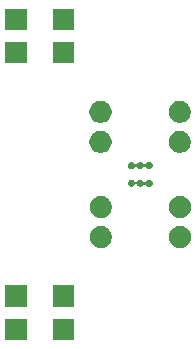
<source format=gbr>
G04 #@! TF.GenerationSoftware,KiCad,Pcbnew,(5.1.6)-1*
G04 #@! TF.CreationDate,2021-04-29T20:15:04-05:00*
G04 #@! TF.ProjectId,BEncoderBoard3(2),42456e63-6f64-4657-9242-6f6172643328,rev?*
G04 #@! TF.SameCoordinates,Original*
G04 #@! TF.FileFunction,Soldermask,Top*
G04 #@! TF.FilePolarity,Negative*
%FSLAX46Y46*%
G04 Gerber Fmt 4.6, Leading zero omitted, Abs format (unit mm)*
G04 Created by KiCad (PCBNEW (5.1.6)-1) date 2021-04-29 20:15:04*
%MOMM*%
%LPD*%
G01*
G04 APERTURE LIST*
%ADD10C,0.100000*%
G04 APERTURE END LIST*
D10*
G36*
X172201000Y-125149800D02*
G01*
X170399000Y-125149800D01*
X170399000Y-123347800D01*
X172201000Y-123347800D01*
X172201000Y-125149800D01*
G37*
G36*
X168201000Y-125149800D02*
G01*
X166399000Y-125149800D01*
X166399000Y-123347800D01*
X168201000Y-123347800D01*
X168201000Y-125149800D01*
G37*
G36*
X172201000Y-122313000D02*
G01*
X170399000Y-122313000D01*
X170399000Y-120511000D01*
X172201000Y-120511000D01*
X172201000Y-122313000D01*
G37*
G36*
X168201000Y-122313000D02*
G01*
X166399000Y-122313000D01*
X166399000Y-120511000D01*
X168201000Y-120511000D01*
X168201000Y-122313000D01*
G37*
G36*
X181459588Y-115505924D02*
G01*
X181630656Y-115576783D01*
X181630658Y-115576784D01*
X181708159Y-115628569D01*
X181784615Y-115679655D01*
X181915547Y-115810587D01*
X182018419Y-115964546D01*
X182089278Y-116135614D01*
X182125401Y-116317218D01*
X182125401Y-116502384D01*
X182089278Y-116683988D01*
X182018419Y-116855056D01*
X182018418Y-116855058D01*
X181915546Y-117009016D01*
X181784616Y-117139946D01*
X181630658Y-117242818D01*
X181630657Y-117242819D01*
X181630656Y-117242819D01*
X181459588Y-117313678D01*
X181277984Y-117349801D01*
X181092818Y-117349801D01*
X180911214Y-117313678D01*
X180740146Y-117242819D01*
X180740145Y-117242819D01*
X180740144Y-117242818D01*
X180586186Y-117139946D01*
X180455256Y-117009016D01*
X180352384Y-116855058D01*
X180352383Y-116855056D01*
X180281524Y-116683988D01*
X180245401Y-116502384D01*
X180245401Y-116317218D01*
X180281524Y-116135614D01*
X180352383Y-115964546D01*
X180455255Y-115810587D01*
X180586187Y-115679655D01*
X180662643Y-115628569D01*
X180740144Y-115576784D01*
X180740146Y-115576783D01*
X180911214Y-115505924D01*
X181092818Y-115469801D01*
X181277984Y-115469801D01*
X181459588Y-115505924D01*
G37*
G36*
X174759588Y-115505924D02*
G01*
X174930656Y-115576783D01*
X174930658Y-115576784D01*
X175008159Y-115628569D01*
X175084615Y-115679655D01*
X175215547Y-115810587D01*
X175318419Y-115964546D01*
X175389278Y-116135614D01*
X175425401Y-116317218D01*
X175425401Y-116502384D01*
X175389278Y-116683988D01*
X175318419Y-116855056D01*
X175318418Y-116855058D01*
X175215546Y-117009016D01*
X175084616Y-117139946D01*
X174930658Y-117242818D01*
X174930657Y-117242819D01*
X174930656Y-117242819D01*
X174759588Y-117313678D01*
X174577984Y-117349801D01*
X174392818Y-117349801D01*
X174211214Y-117313678D01*
X174040146Y-117242819D01*
X174040145Y-117242819D01*
X174040144Y-117242818D01*
X173886186Y-117139946D01*
X173755256Y-117009016D01*
X173652384Y-116855058D01*
X173652383Y-116855056D01*
X173581524Y-116683988D01*
X173545401Y-116502384D01*
X173545401Y-116317218D01*
X173581524Y-116135614D01*
X173652383Y-115964546D01*
X173755255Y-115810587D01*
X173886187Y-115679655D01*
X173962643Y-115628569D01*
X174040144Y-115576784D01*
X174040146Y-115576783D01*
X174211214Y-115505924D01*
X174392818Y-115469801D01*
X174577984Y-115469801D01*
X174759588Y-115505924D01*
G37*
G36*
X181459588Y-112965924D02*
G01*
X181630656Y-113036783D01*
X181630658Y-113036784D01*
X181708159Y-113088569D01*
X181784615Y-113139655D01*
X181915547Y-113270587D01*
X182018419Y-113424546D01*
X182089278Y-113595614D01*
X182125401Y-113777218D01*
X182125401Y-113962384D01*
X182089278Y-114143988D01*
X182018419Y-114315056D01*
X182018418Y-114315058D01*
X181915546Y-114469016D01*
X181784616Y-114599946D01*
X181630658Y-114702818D01*
X181630657Y-114702819D01*
X181630656Y-114702819D01*
X181459588Y-114773678D01*
X181277984Y-114809801D01*
X181092818Y-114809801D01*
X180911214Y-114773678D01*
X180740146Y-114702819D01*
X180740145Y-114702819D01*
X180740144Y-114702818D01*
X180586186Y-114599946D01*
X180455256Y-114469016D01*
X180352384Y-114315058D01*
X180352383Y-114315056D01*
X180281524Y-114143988D01*
X180245401Y-113962384D01*
X180245401Y-113777218D01*
X180281524Y-113595614D01*
X180352383Y-113424546D01*
X180455255Y-113270587D01*
X180586187Y-113139655D01*
X180662643Y-113088569D01*
X180740144Y-113036784D01*
X180740146Y-113036783D01*
X180911214Y-112965924D01*
X181092818Y-112929801D01*
X181277984Y-112929801D01*
X181459588Y-112965924D01*
G37*
G36*
X174759588Y-112965924D02*
G01*
X174930656Y-113036783D01*
X174930658Y-113036784D01*
X175008159Y-113088569D01*
X175084615Y-113139655D01*
X175215547Y-113270587D01*
X175318419Y-113424546D01*
X175389278Y-113595614D01*
X175425401Y-113777218D01*
X175425401Y-113962384D01*
X175389278Y-114143988D01*
X175318419Y-114315056D01*
X175318418Y-114315058D01*
X175215546Y-114469016D01*
X175084616Y-114599946D01*
X174930658Y-114702818D01*
X174930657Y-114702819D01*
X174930656Y-114702819D01*
X174759588Y-114773678D01*
X174577984Y-114809801D01*
X174392818Y-114809801D01*
X174211214Y-114773678D01*
X174040146Y-114702819D01*
X174040145Y-114702819D01*
X174040144Y-114702818D01*
X173886186Y-114599946D01*
X173755256Y-114469016D01*
X173652384Y-114315058D01*
X173652383Y-114315056D01*
X173581524Y-114143988D01*
X173545401Y-113962384D01*
X173545401Y-113777218D01*
X173581524Y-113595614D01*
X173652383Y-113424546D01*
X173755255Y-113270587D01*
X173886187Y-113139655D01*
X173962643Y-113088569D01*
X174040144Y-113036784D01*
X174040146Y-113036783D01*
X174211214Y-112965924D01*
X174392818Y-112929801D01*
X174577984Y-112929801D01*
X174759588Y-112965924D01*
G37*
G36*
X177163197Y-111576167D02*
G01*
X177217975Y-111598857D01*
X177217977Y-111598858D01*
X177267276Y-111631798D01*
X177309202Y-111673724D01*
X177342142Y-111723023D01*
X177346467Y-111729496D01*
X177362012Y-111748438D01*
X177380954Y-111763983D01*
X177402565Y-111775534D01*
X177426014Y-111782647D01*
X177450400Y-111785049D01*
X177474786Y-111782647D01*
X177498235Y-111775534D01*
X177519846Y-111763983D01*
X177538788Y-111748438D01*
X177554333Y-111729496D01*
X177558658Y-111723023D01*
X177591598Y-111673724D01*
X177633524Y-111631798D01*
X177682823Y-111598858D01*
X177682825Y-111598857D01*
X177737603Y-111576167D01*
X177795753Y-111564600D01*
X177855047Y-111564600D01*
X177913197Y-111576167D01*
X177967975Y-111598857D01*
X177967977Y-111598858D01*
X178017276Y-111631798D01*
X178059202Y-111673724D01*
X178092142Y-111723023D01*
X178096467Y-111729496D01*
X178112012Y-111748438D01*
X178130954Y-111763983D01*
X178152565Y-111775534D01*
X178176014Y-111782647D01*
X178200400Y-111785049D01*
X178224786Y-111782647D01*
X178248235Y-111775534D01*
X178269846Y-111763983D01*
X178288788Y-111748438D01*
X178304333Y-111729496D01*
X178308658Y-111723023D01*
X178341598Y-111673724D01*
X178383524Y-111631798D01*
X178432823Y-111598858D01*
X178432825Y-111598857D01*
X178487603Y-111576167D01*
X178545753Y-111564600D01*
X178605047Y-111564600D01*
X178663197Y-111576167D01*
X178717975Y-111598857D01*
X178717977Y-111598858D01*
X178767276Y-111631798D01*
X178809202Y-111673724D01*
X178842142Y-111723023D01*
X178842143Y-111723025D01*
X178864833Y-111777803D01*
X178876400Y-111835953D01*
X178876400Y-111895247D01*
X178864833Y-111953397D01*
X178844823Y-112001704D01*
X178842142Y-112008177D01*
X178809202Y-112057476D01*
X178767276Y-112099402D01*
X178717977Y-112132342D01*
X178717976Y-112132343D01*
X178717975Y-112132343D01*
X178663197Y-112155033D01*
X178605047Y-112166600D01*
X178545753Y-112166600D01*
X178487603Y-112155033D01*
X178432825Y-112132343D01*
X178432824Y-112132343D01*
X178432823Y-112132342D01*
X178383524Y-112099402D01*
X178341598Y-112057476D01*
X178308658Y-112008177D01*
X178308657Y-112008175D01*
X178304333Y-112001704D01*
X178288788Y-111982762D01*
X178269846Y-111967217D01*
X178248235Y-111955666D01*
X178224786Y-111948553D01*
X178200400Y-111946151D01*
X178176014Y-111948553D01*
X178152565Y-111955666D01*
X178130954Y-111967217D01*
X178112012Y-111982762D01*
X178096467Y-112001704D01*
X178092143Y-112008175D01*
X178092142Y-112008177D01*
X178059202Y-112057476D01*
X178017276Y-112099402D01*
X177967977Y-112132342D01*
X177967976Y-112132343D01*
X177967975Y-112132343D01*
X177913197Y-112155033D01*
X177855047Y-112166600D01*
X177795753Y-112166600D01*
X177737603Y-112155033D01*
X177682825Y-112132343D01*
X177682824Y-112132343D01*
X177682823Y-112132342D01*
X177633524Y-112099402D01*
X177591598Y-112057476D01*
X177558658Y-112008177D01*
X177558657Y-112008175D01*
X177554333Y-112001704D01*
X177538788Y-111982762D01*
X177519846Y-111967217D01*
X177498235Y-111955666D01*
X177474786Y-111948553D01*
X177450400Y-111946151D01*
X177426014Y-111948553D01*
X177402565Y-111955666D01*
X177380954Y-111967217D01*
X177362012Y-111982762D01*
X177346467Y-112001704D01*
X177342143Y-112008175D01*
X177342142Y-112008177D01*
X177309202Y-112057476D01*
X177267276Y-112099402D01*
X177217977Y-112132342D01*
X177217976Y-112132343D01*
X177217975Y-112132343D01*
X177163197Y-112155033D01*
X177105047Y-112166600D01*
X177045753Y-112166600D01*
X176987603Y-112155033D01*
X176932825Y-112132343D01*
X176932824Y-112132343D01*
X176932823Y-112132342D01*
X176883524Y-112099402D01*
X176841598Y-112057476D01*
X176808658Y-112008177D01*
X176805977Y-112001704D01*
X176785967Y-111953397D01*
X176774400Y-111895247D01*
X176774400Y-111835953D01*
X176785967Y-111777803D01*
X176808657Y-111723025D01*
X176808658Y-111723023D01*
X176841598Y-111673724D01*
X176883524Y-111631798D01*
X176932823Y-111598858D01*
X176932825Y-111598857D01*
X176987603Y-111576167D01*
X177045753Y-111564600D01*
X177105047Y-111564600D01*
X177163197Y-111576167D01*
G37*
G36*
X177163197Y-110076167D02*
G01*
X177217975Y-110098857D01*
X177217977Y-110098858D01*
X177267276Y-110131798D01*
X177309202Y-110173724D01*
X177342142Y-110223023D01*
X177346467Y-110229496D01*
X177362012Y-110248438D01*
X177380954Y-110263983D01*
X177402565Y-110275534D01*
X177426014Y-110282647D01*
X177450400Y-110285049D01*
X177474786Y-110282647D01*
X177498235Y-110275534D01*
X177519846Y-110263983D01*
X177538788Y-110248438D01*
X177554333Y-110229496D01*
X177558658Y-110223023D01*
X177591598Y-110173724D01*
X177633524Y-110131798D01*
X177682823Y-110098858D01*
X177682825Y-110098857D01*
X177737603Y-110076167D01*
X177795753Y-110064600D01*
X177855047Y-110064600D01*
X177913197Y-110076167D01*
X177967975Y-110098857D01*
X177967977Y-110098858D01*
X178017276Y-110131798D01*
X178059202Y-110173724D01*
X178092142Y-110223023D01*
X178096467Y-110229496D01*
X178112012Y-110248438D01*
X178130954Y-110263983D01*
X178152565Y-110275534D01*
X178176014Y-110282647D01*
X178200400Y-110285049D01*
X178224786Y-110282647D01*
X178248235Y-110275534D01*
X178269846Y-110263983D01*
X178288788Y-110248438D01*
X178304333Y-110229496D01*
X178308658Y-110223023D01*
X178341598Y-110173724D01*
X178383524Y-110131798D01*
X178432823Y-110098858D01*
X178432825Y-110098857D01*
X178487603Y-110076167D01*
X178545753Y-110064600D01*
X178605047Y-110064600D01*
X178663197Y-110076167D01*
X178717975Y-110098857D01*
X178717977Y-110098858D01*
X178767276Y-110131798D01*
X178809202Y-110173724D01*
X178842142Y-110223023D01*
X178842143Y-110223025D01*
X178864833Y-110277803D01*
X178876400Y-110335953D01*
X178876400Y-110395247D01*
X178864833Y-110453397D01*
X178844823Y-110501704D01*
X178842142Y-110508177D01*
X178809202Y-110557476D01*
X178767276Y-110599402D01*
X178717977Y-110632342D01*
X178717976Y-110632343D01*
X178717975Y-110632343D01*
X178663197Y-110655033D01*
X178605047Y-110666600D01*
X178545753Y-110666600D01*
X178487603Y-110655033D01*
X178432825Y-110632343D01*
X178432824Y-110632343D01*
X178432823Y-110632342D01*
X178383524Y-110599402D01*
X178341598Y-110557476D01*
X178308658Y-110508177D01*
X178308657Y-110508175D01*
X178304333Y-110501704D01*
X178288788Y-110482762D01*
X178269846Y-110467217D01*
X178248235Y-110455666D01*
X178224786Y-110448553D01*
X178200400Y-110446151D01*
X178176014Y-110448553D01*
X178152565Y-110455666D01*
X178130954Y-110467217D01*
X178112012Y-110482762D01*
X178096467Y-110501704D01*
X178092143Y-110508175D01*
X178092142Y-110508177D01*
X178059202Y-110557476D01*
X178017276Y-110599402D01*
X177967977Y-110632342D01*
X177967976Y-110632343D01*
X177967975Y-110632343D01*
X177913197Y-110655033D01*
X177855047Y-110666600D01*
X177795753Y-110666600D01*
X177737603Y-110655033D01*
X177682825Y-110632343D01*
X177682824Y-110632343D01*
X177682823Y-110632342D01*
X177633524Y-110599402D01*
X177591598Y-110557476D01*
X177558658Y-110508177D01*
X177558657Y-110508175D01*
X177554333Y-110501704D01*
X177538788Y-110482762D01*
X177519846Y-110467217D01*
X177498235Y-110455666D01*
X177474786Y-110448553D01*
X177450400Y-110446151D01*
X177426014Y-110448553D01*
X177402565Y-110455666D01*
X177380954Y-110467217D01*
X177362012Y-110482762D01*
X177346467Y-110501704D01*
X177342143Y-110508175D01*
X177342142Y-110508177D01*
X177309202Y-110557476D01*
X177267276Y-110599402D01*
X177217977Y-110632342D01*
X177217976Y-110632343D01*
X177217975Y-110632343D01*
X177163197Y-110655033D01*
X177105047Y-110666600D01*
X177045753Y-110666600D01*
X176987603Y-110655033D01*
X176932825Y-110632343D01*
X176932824Y-110632343D01*
X176932823Y-110632342D01*
X176883524Y-110599402D01*
X176841598Y-110557476D01*
X176808658Y-110508177D01*
X176805977Y-110501704D01*
X176785967Y-110453397D01*
X176774400Y-110395247D01*
X176774400Y-110335953D01*
X176785967Y-110277803D01*
X176808657Y-110223025D01*
X176808658Y-110223023D01*
X176841598Y-110173724D01*
X176883524Y-110131798D01*
X176932823Y-110098858D01*
X176932825Y-110098857D01*
X176987603Y-110076167D01*
X177045753Y-110064600D01*
X177105047Y-110064600D01*
X177163197Y-110076167D01*
G37*
G36*
X181439586Y-107457522D02*
G01*
X181610654Y-107528381D01*
X181610656Y-107528382D01*
X181688157Y-107580167D01*
X181764613Y-107631253D01*
X181895545Y-107762185D01*
X181998417Y-107916144D01*
X182069276Y-108087212D01*
X182105399Y-108268816D01*
X182105399Y-108453982D01*
X182069276Y-108635586D01*
X181998417Y-108806654D01*
X181998416Y-108806656D01*
X181895544Y-108960614D01*
X181764614Y-109091544D01*
X181610656Y-109194416D01*
X181610655Y-109194417D01*
X181610654Y-109194417D01*
X181439586Y-109265276D01*
X181257982Y-109301399D01*
X181072816Y-109301399D01*
X180891212Y-109265276D01*
X180720144Y-109194417D01*
X180720143Y-109194417D01*
X180720142Y-109194416D01*
X180566184Y-109091544D01*
X180435254Y-108960614D01*
X180332382Y-108806656D01*
X180332381Y-108806654D01*
X180261522Y-108635586D01*
X180225399Y-108453982D01*
X180225399Y-108268816D01*
X180261522Y-108087212D01*
X180332381Y-107916144D01*
X180435253Y-107762185D01*
X180566185Y-107631253D01*
X180642641Y-107580167D01*
X180720142Y-107528382D01*
X180720144Y-107528381D01*
X180891212Y-107457522D01*
X181072816Y-107421399D01*
X181257982Y-107421399D01*
X181439586Y-107457522D01*
G37*
G36*
X174739586Y-107457522D02*
G01*
X174910654Y-107528381D01*
X174910656Y-107528382D01*
X174988157Y-107580167D01*
X175064613Y-107631253D01*
X175195545Y-107762185D01*
X175298417Y-107916144D01*
X175369276Y-108087212D01*
X175405399Y-108268816D01*
X175405399Y-108453982D01*
X175369276Y-108635586D01*
X175298417Y-108806654D01*
X175298416Y-108806656D01*
X175195544Y-108960614D01*
X175064614Y-109091544D01*
X174910656Y-109194416D01*
X174910655Y-109194417D01*
X174910654Y-109194417D01*
X174739586Y-109265276D01*
X174557982Y-109301399D01*
X174372816Y-109301399D01*
X174191212Y-109265276D01*
X174020144Y-109194417D01*
X174020143Y-109194417D01*
X174020142Y-109194416D01*
X173866184Y-109091544D01*
X173735254Y-108960614D01*
X173632382Y-108806656D01*
X173632381Y-108806654D01*
X173561522Y-108635586D01*
X173525399Y-108453982D01*
X173525399Y-108268816D01*
X173561522Y-108087212D01*
X173632381Y-107916144D01*
X173735253Y-107762185D01*
X173866185Y-107631253D01*
X173942641Y-107580167D01*
X174020142Y-107528382D01*
X174020144Y-107528381D01*
X174191212Y-107457522D01*
X174372816Y-107421399D01*
X174557982Y-107421399D01*
X174739586Y-107457522D01*
G37*
G36*
X174739586Y-104917522D02*
G01*
X174910654Y-104988381D01*
X174910656Y-104988382D01*
X174988157Y-105040167D01*
X175064613Y-105091253D01*
X175195545Y-105222185D01*
X175298417Y-105376144D01*
X175369276Y-105547212D01*
X175405399Y-105728816D01*
X175405399Y-105913982D01*
X175369276Y-106095586D01*
X175298417Y-106266654D01*
X175298416Y-106266656D01*
X175195544Y-106420614D01*
X175064614Y-106551544D01*
X174910656Y-106654416D01*
X174910655Y-106654417D01*
X174910654Y-106654417D01*
X174739586Y-106725276D01*
X174557982Y-106761399D01*
X174372816Y-106761399D01*
X174191212Y-106725276D01*
X174020144Y-106654417D01*
X174020143Y-106654417D01*
X174020142Y-106654416D01*
X173866184Y-106551544D01*
X173735254Y-106420614D01*
X173632382Y-106266656D01*
X173632381Y-106266654D01*
X173561522Y-106095586D01*
X173525399Y-105913982D01*
X173525399Y-105728816D01*
X173561522Y-105547212D01*
X173632381Y-105376144D01*
X173735253Y-105222185D01*
X173866185Y-105091253D01*
X173942641Y-105040167D01*
X174020142Y-104988382D01*
X174020144Y-104988381D01*
X174191212Y-104917522D01*
X174372816Y-104881399D01*
X174557982Y-104881399D01*
X174739586Y-104917522D01*
G37*
G36*
X181439586Y-104917522D02*
G01*
X181610654Y-104988381D01*
X181610656Y-104988382D01*
X181688157Y-105040167D01*
X181764613Y-105091253D01*
X181895545Y-105222185D01*
X181998417Y-105376144D01*
X182069276Y-105547212D01*
X182105399Y-105728816D01*
X182105399Y-105913982D01*
X182069276Y-106095586D01*
X181998417Y-106266654D01*
X181998416Y-106266656D01*
X181895544Y-106420614D01*
X181764614Y-106551544D01*
X181610656Y-106654416D01*
X181610655Y-106654417D01*
X181610654Y-106654417D01*
X181439586Y-106725276D01*
X181257982Y-106761399D01*
X181072816Y-106761399D01*
X180891212Y-106725276D01*
X180720144Y-106654417D01*
X180720143Y-106654417D01*
X180720142Y-106654416D01*
X180566184Y-106551544D01*
X180435254Y-106420614D01*
X180332382Y-106266656D01*
X180332381Y-106266654D01*
X180261522Y-106095586D01*
X180225399Y-105913982D01*
X180225399Y-105728816D01*
X180261522Y-105547212D01*
X180332381Y-105376144D01*
X180435253Y-105222185D01*
X180566185Y-105091253D01*
X180642641Y-105040167D01*
X180720142Y-104988382D01*
X180720144Y-104988381D01*
X180891212Y-104917522D01*
X181072816Y-104881399D01*
X181257982Y-104881399D01*
X181439586Y-104917522D01*
G37*
G36*
X172201000Y-101720200D02*
G01*
X170399000Y-101720200D01*
X170399000Y-99918200D01*
X172201000Y-99918200D01*
X172201000Y-101720200D01*
G37*
G36*
X168201000Y-101720200D02*
G01*
X166399000Y-101720200D01*
X166399000Y-99918200D01*
X168201000Y-99918200D01*
X168201000Y-101720200D01*
G37*
G36*
X168201000Y-98883200D02*
G01*
X166399000Y-98883200D01*
X166399000Y-97081200D01*
X168201000Y-97081200D01*
X168201000Y-98883200D01*
G37*
G36*
X172201000Y-98883200D02*
G01*
X170399000Y-98883200D01*
X170399000Y-97081200D01*
X172201000Y-97081200D01*
X172201000Y-98883200D01*
G37*
M02*

</source>
